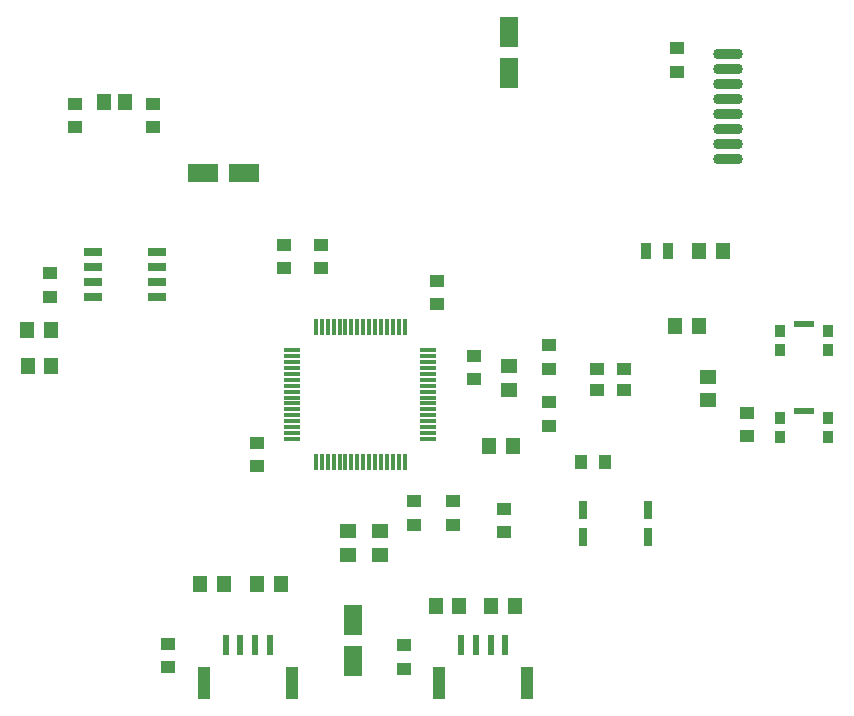
<source format=gtp>
G04*
G04 #@! TF.GenerationSoftware,Altium Limited,Altium Designer,25.8.1 (18)*
G04*
G04 Layer_Color=8421504*
%FSLAX44Y44*%
%MOMM*%
G71*
G04*
G04 #@! TF.SameCoordinates,96B50244-D1D5-4C2D-93FB-96D2E815F5E8*
G04*
G04*
G04 #@! TF.FilePolarity,Positive*
G04*
G01*
G75*
%ADD17R,1.2500X1.0000*%
%ADD18R,1.4750X0.3000*%
%ADD19R,0.3000X1.4750*%
%ADD20R,1.5250X0.6500*%
%ADD21R,1.0000X1.2500*%
%ADD22R,0.9000X1.0000*%
%ADD23R,1.3000X1.1000*%
%ADD24R,1.7000X0.5500*%
%ADD25R,1.2000X1.4500*%
%ADD26O,2.5400X0.9000*%
%ADD27R,1.6000X2.5000*%
%ADD28R,0.6000X1.7000*%
%ADD29R,2.5000X1.6000*%
%ADD30R,1.0000X2.7000*%
%ADD31R,0.7000X1.6000*%
%ADD32R,1.4500X1.2000*%
%ADD33R,1.1500X1.4500*%
%ADD34R,0.9500X1.4000*%
D17*
X731520Y522130D02*
D03*
X806450Y712310D02*
D03*
X930910Y520860D02*
D03*
X939800Y642780D02*
D03*
X631190Y855820D02*
D03*
X652780Y979330D02*
D03*
X718820D02*
D03*
X829310Y879950D02*
D03*
X861060D02*
D03*
X1016000Y636430D02*
D03*
X972820Y642620D02*
D03*
X1054100Y726600D02*
D03*
X1221740Y737710D02*
D03*
X990600Y765970D02*
D03*
X958850Y829470D02*
D03*
X1054100Y774860D02*
D03*
X1162050Y1026320D02*
D03*
Y1046320D02*
D03*
X958850Y849470D02*
D03*
X990600Y785970D02*
D03*
X972820Y662620D02*
D03*
X939800Y662780D02*
D03*
X930910Y540860D02*
D03*
X718820Y999330D02*
D03*
X829310Y859950D02*
D03*
X631190Y835820D02*
D03*
X806450Y692310D02*
D03*
X731520Y542130D02*
D03*
X652780Y999330D02*
D03*
X1054100Y794860D02*
D03*
X1016000Y656430D02*
D03*
X1221740Y717710D02*
D03*
X1054100Y746600D02*
D03*
X861060Y859950D02*
D03*
D18*
X836700Y720610D02*
D03*
X951460Y770610D02*
D03*
Y775610D02*
D03*
Y715610D02*
D03*
X836700D02*
D03*
X951460Y720610D02*
D03*
Y725610D02*
D03*
Y730610D02*
D03*
Y735610D02*
D03*
Y740610D02*
D03*
Y745610D02*
D03*
Y750610D02*
D03*
Y755610D02*
D03*
Y760610D02*
D03*
Y765610D02*
D03*
Y780610D02*
D03*
Y785610D02*
D03*
Y790610D02*
D03*
X836700D02*
D03*
Y785610D02*
D03*
Y780610D02*
D03*
Y775610D02*
D03*
Y770610D02*
D03*
Y765610D02*
D03*
Y760610D02*
D03*
Y755610D02*
D03*
Y750610D02*
D03*
Y745610D02*
D03*
Y740610D02*
D03*
Y735610D02*
D03*
Y730610D02*
D03*
Y725610D02*
D03*
D19*
X926580Y810490D02*
D03*
Y695730D02*
D03*
X861580Y810490D02*
D03*
X876580D02*
D03*
X901580D02*
D03*
X911580D02*
D03*
X906580D02*
D03*
X881580D02*
D03*
X856580D02*
D03*
X921580D02*
D03*
X931580Y695730D02*
D03*
X886580Y810490D02*
D03*
X916580D02*
D03*
X931580D02*
D03*
X896580D02*
D03*
X891580D02*
D03*
X871580D02*
D03*
X866580D02*
D03*
X856580Y695730D02*
D03*
X861580D02*
D03*
X866580D02*
D03*
X871580D02*
D03*
X876580D02*
D03*
X881580D02*
D03*
X886580D02*
D03*
X891580D02*
D03*
X896580D02*
D03*
X901580D02*
D03*
X906580D02*
D03*
X911580D02*
D03*
X916580D02*
D03*
X921580D02*
D03*
D20*
X667570Y873760D02*
D03*
Y861060D02*
D03*
Y835660D02*
D03*
Y848360D02*
D03*
X721810Y873760D02*
D03*
Y861060D02*
D03*
Y848360D02*
D03*
Y835660D02*
D03*
D21*
X1100930Y695960D02*
D03*
X1080930D02*
D03*
D22*
X1249500Y733170D02*
D03*
X1290500D02*
D03*
Y806830D02*
D03*
X1249500Y790830D02*
D03*
X1290500D02*
D03*
X1249500Y806830D02*
D03*
X1290500Y717170D02*
D03*
X1249500D02*
D03*
D23*
X1117670Y756810D02*
D03*
X1094670Y774810D02*
D03*
X1117670D02*
D03*
X1094670Y756810D02*
D03*
D24*
X1270000Y739420D02*
D03*
Y813080D02*
D03*
D25*
X1201260Y875030D02*
D03*
X1160940Y811530D02*
D03*
X1180940D02*
D03*
X1024730Y574040D02*
D03*
X957900D02*
D03*
X612300Y807720D02*
D03*
X612460Y777240D02*
D03*
X826610Y593090D02*
D03*
X758350D02*
D03*
X806610D02*
D03*
X1181260Y875030D02*
D03*
X1004730Y574040D02*
D03*
X977900D02*
D03*
X778350Y593090D02*
D03*
X632300Y807720D02*
D03*
X632460Y777240D02*
D03*
X1003460Y709930D02*
D03*
X1023460D02*
D03*
D26*
X1205230Y1028700D02*
D03*
Y952500D02*
D03*
Y965200D02*
D03*
Y977900D02*
D03*
Y990600D02*
D03*
Y1003300D02*
D03*
Y1016000D02*
D03*
Y1041400D02*
D03*
D27*
X1019810Y1025170D02*
D03*
X887730Y527330D02*
D03*
Y562330D02*
D03*
X1019810Y1060170D02*
D03*
D28*
X817580Y540930D02*
D03*
X1016970D02*
D03*
X1004470D02*
D03*
X991970D02*
D03*
X979470D02*
D03*
X805080D02*
D03*
X792580D02*
D03*
X780080D02*
D03*
D29*
X761010Y941070D02*
D03*
X796010D02*
D03*
D30*
X1035470Y508930D02*
D03*
X960970D02*
D03*
X836080D02*
D03*
X761580D02*
D03*
D31*
X1137480Y632390D02*
D03*
X1082480D02*
D03*
Y655390D02*
D03*
X1137480D02*
D03*
D32*
X1188720Y768190D02*
D03*
X883920Y637380D02*
D03*
Y617380D02*
D03*
X910590Y637380D02*
D03*
Y617380D02*
D03*
X1019810Y777080D02*
D03*
Y757080D02*
D03*
X1188720Y748190D02*
D03*
D33*
X694800Y1000760D02*
D03*
X676800D02*
D03*
D34*
X1155040Y875030D02*
D03*
X1136040D02*
D03*
M02*

</source>
